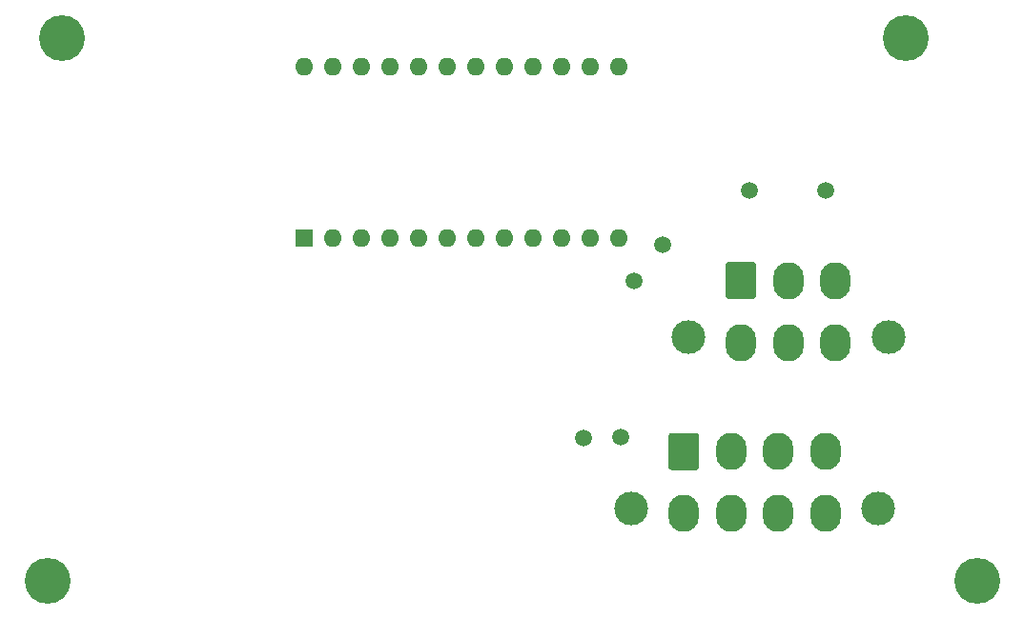
<source format=gbr>
G04 #@! TF.GenerationSoftware,KiCad,Pcbnew,(5.1.9)-1*
G04 #@! TF.CreationDate,2021-10-29T09:24:57-06:00*
G04 #@! TF.ProjectId,ABSIS_Bus_Master,41425349-535f-4427-9573-5f4d61737465,2*
G04 #@! TF.SameCoordinates,Original*
G04 #@! TF.FileFunction,Soldermask,Bot*
G04 #@! TF.FilePolarity,Negative*
%FSLAX46Y46*%
G04 Gerber Fmt 4.6, Leading zero omitted, Abs format (unit mm)*
G04 Created by KiCad (PCBNEW (5.1.9)-1) date 2021-10-29 09:24:57*
%MOMM*%
%LPD*%
G01*
G04 APERTURE LIST*
%ADD10O,1.600000X1.600000*%
%ADD11R,1.600000X1.600000*%
%ADD12C,1.500000*%
%ADD13C,4.064000*%
%ADD14O,2.700000X3.300000*%
%ADD15C,3.000000*%
G04 APERTURE END LIST*
D10*
X140173000Y-73426000D03*
X168113000Y-88666000D03*
X142713000Y-73426000D03*
X165573000Y-88666000D03*
X145253000Y-73426000D03*
X163033000Y-88666000D03*
X147793000Y-73426000D03*
X160493000Y-88666000D03*
X150333000Y-73426000D03*
X157953000Y-88666000D03*
X152873000Y-73426000D03*
X155413000Y-88666000D03*
X155413000Y-73426000D03*
X152873000Y-88666000D03*
X157953000Y-73426000D03*
X150333000Y-88666000D03*
X160493000Y-73426000D03*
X147793000Y-88666000D03*
X163033000Y-73426000D03*
X145253000Y-88666000D03*
X165573000Y-73426000D03*
X142713000Y-88666000D03*
X168113000Y-73426000D03*
D11*
X140173000Y-88666000D03*
D12*
X186436000Y-84455000D03*
X179705000Y-84455000D03*
D13*
X117348000Y-119126000D03*
X199898000Y-119126000D03*
X118618000Y-70866000D03*
X193548000Y-70866000D03*
D12*
X164973000Y-106426000D03*
X171958000Y-89281000D03*
X169418000Y-92456000D03*
X168275000Y-106362500D03*
G36*
G01*
X172513000Y-109065999D02*
X172513000Y-106266001D01*
G75*
G02*
X172763001Y-106016000I250001J0D01*
G01*
X174962999Y-106016000D01*
G75*
G02*
X175213000Y-106266001I0J-250001D01*
G01*
X175213000Y-109065999D01*
G75*
G02*
X174962999Y-109316000I-250001J0D01*
G01*
X172763001Y-109316000D01*
G75*
G02*
X172513000Y-109065999I0J250001D01*
G01*
G37*
D14*
X178063000Y-107666000D03*
X182263000Y-107666000D03*
X186463000Y-107666000D03*
X173863000Y-113166000D03*
X178063000Y-113166000D03*
X182263000Y-113166000D03*
X186463000Y-113166000D03*
D15*
X169163000Y-112706000D03*
X191163000Y-112706000D03*
G36*
G01*
X177593000Y-93855999D02*
X177593000Y-91056001D01*
G75*
G02*
X177843001Y-90806000I250001J0D01*
G01*
X180042999Y-90806000D01*
G75*
G02*
X180293000Y-91056001I0J-250001D01*
G01*
X180293000Y-93855999D01*
G75*
G02*
X180042999Y-94106000I-250001J0D01*
G01*
X177843001Y-94106000D01*
G75*
G02*
X177593000Y-93855999I0J250001D01*
G01*
G37*
D14*
X183143000Y-92456000D03*
X187343000Y-92456000D03*
X178943000Y-97956000D03*
X183143000Y-97956000D03*
X187343000Y-97956000D03*
D15*
X174243000Y-97496000D03*
X192043000Y-97496000D03*
M02*

</source>
